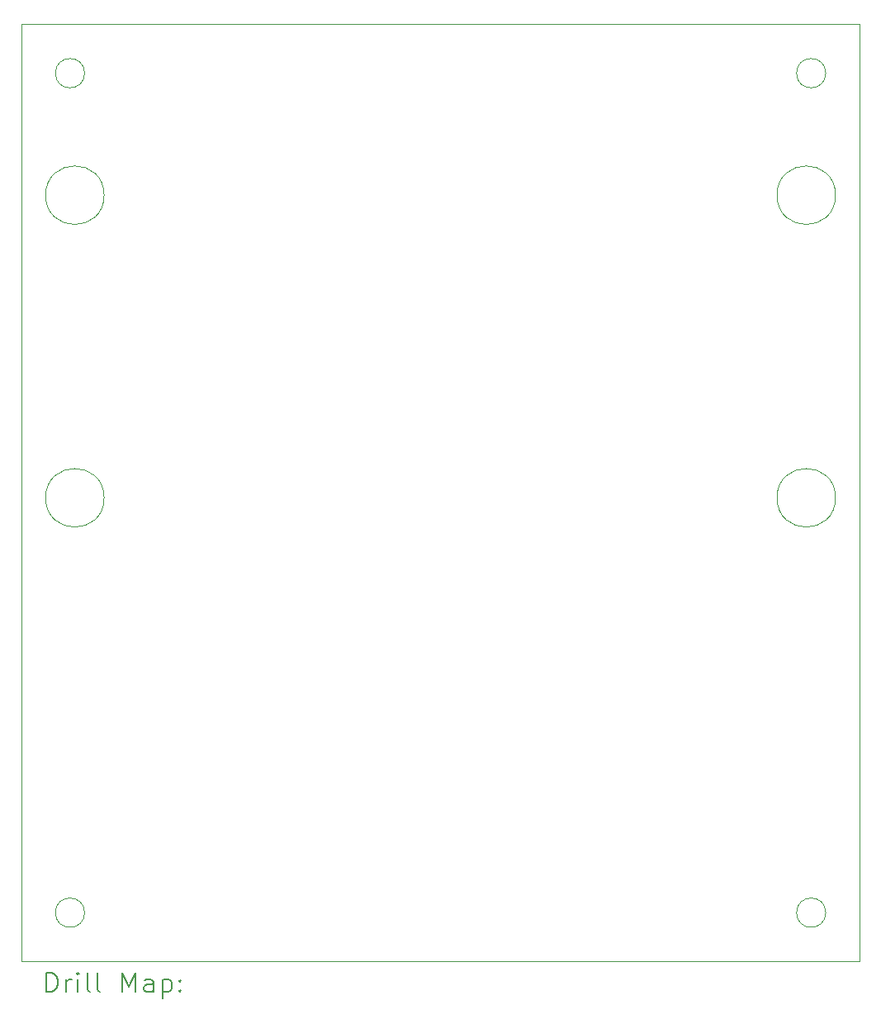
<source format=gbr>
%TF.GenerationSoftware,KiCad,Pcbnew,9.0.2*%
%TF.CreationDate,2025-06-24T21:37:35-04:00*%
%TF.ProjectId,Shortywithdisplay,53686f72-7479-4776-9974-68646973706c,rev?*%
%TF.SameCoordinates,Original*%
%TF.FileFunction,Drillmap*%
%TF.FilePolarity,Positive*%
%FSLAX45Y45*%
G04 Gerber Fmt 4.5, Leading zero omitted, Abs format (unit mm)*
G04 Created by KiCad (PCBNEW 9.0.2) date 2025-06-24 21:37:35*
%MOMM*%
%LPD*%
G01*
G04 APERTURE LIST*
%ADD10C,0.050000*%
%ADD11C,0.200000*%
G04 APERTURE END LIST*
D10*
X17700000Y-12100000D02*
G75*
G02*
X17400000Y-12100000I-150000J0D01*
G01*
X17400000Y-12100000D02*
G75*
G02*
X17700000Y-12100000I150000J0D01*
G01*
X10100000Y-3500000D02*
G75*
G02*
X9800000Y-3500000I-150000J0D01*
G01*
X9800000Y-3500000D02*
G75*
G02*
X10100000Y-3500000I150000J0D01*
G01*
X9450000Y-3000000D02*
X18050000Y-3000000D01*
X18050000Y-12600000D01*
X9450000Y-12600000D01*
X9450000Y-3000000D01*
X17800000Y-7850000D02*
G75*
G02*
X17200000Y-7850000I-300000J0D01*
G01*
X17200000Y-7850000D02*
G75*
G02*
X17800000Y-7850000I300000J0D01*
G01*
X17700000Y-3500000D02*
G75*
G02*
X17400000Y-3500000I-150000J0D01*
G01*
X17400000Y-3500000D02*
G75*
G02*
X17700000Y-3500000I150000J0D01*
G01*
X17800000Y-4750000D02*
G75*
G02*
X17200000Y-4750000I-300000J0D01*
G01*
X17200000Y-4750000D02*
G75*
G02*
X17800000Y-4750000I300000J0D01*
G01*
X10300000Y-4750000D02*
G75*
G02*
X9700000Y-4750000I-300000J0D01*
G01*
X9700000Y-4750000D02*
G75*
G02*
X10300000Y-4750000I300000J0D01*
G01*
X10300000Y-7850000D02*
G75*
G02*
X9700000Y-7850000I-300000J0D01*
G01*
X9700000Y-7850000D02*
G75*
G02*
X10300000Y-7850000I300000J0D01*
G01*
X10100000Y-12100000D02*
G75*
G02*
X9800000Y-12100000I-150000J0D01*
G01*
X9800000Y-12100000D02*
G75*
G02*
X10100000Y-12100000I150000J0D01*
G01*
D11*
X9708277Y-12913984D02*
X9708277Y-12713984D01*
X9708277Y-12713984D02*
X9755896Y-12713984D01*
X9755896Y-12713984D02*
X9784467Y-12723508D01*
X9784467Y-12723508D02*
X9803515Y-12742555D01*
X9803515Y-12742555D02*
X9813039Y-12761603D01*
X9813039Y-12761603D02*
X9822563Y-12799698D01*
X9822563Y-12799698D02*
X9822563Y-12828269D01*
X9822563Y-12828269D02*
X9813039Y-12866365D01*
X9813039Y-12866365D02*
X9803515Y-12885412D01*
X9803515Y-12885412D02*
X9784467Y-12904460D01*
X9784467Y-12904460D02*
X9755896Y-12913984D01*
X9755896Y-12913984D02*
X9708277Y-12913984D01*
X9908277Y-12913984D02*
X9908277Y-12780650D01*
X9908277Y-12818746D02*
X9917801Y-12799698D01*
X9917801Y-12799698D02*
X9927324Y-12790174D01*
X9927324Y-12790174D02*
X9946372Y-12780650D01*
X9946372Y-12780650D02*
X9965420Y-12780650D01*
X10032086Y-12913984D02*
X10032086Y-12780650D01*
X10032086Y-12713984D02*
X10022563Y-12723508D01*
X10022563Y-12723508D02*
X10032086Y-12733031D01*
X10032086Y-12733031D02*
X10041610Y-12723508D01*
X10041610Y-12723508D02*
X10032086Y-12713984D01*
X10032086Y-12713984D02*
X10032086Y-12733031D01*
X10155896Y-12913984D02*
X10136848Y-12904460D01*
X10136848Y-12904460D02*
X10127324Y-12885412D01*
X10127324Y-12885412D02*
X10127324Y-12713984D01*
X10260658Y-12913984D02*
X10241610Y-12904460D01*
X10241610Y-12904460D02*
X10232086Y-12885412D01*
X10232086Y-12885412D02*
X10232086Y-12713984D01*
X10489229Y-12913984D02*
X10489229Y-12713984D01*
X10489229Y-12713984D02*
X10555896Y-12856841D01*
X10555896Y-12856841D02*
X10622563Y-12713984D01*
X10622563Y-12713984D02*
X10622563Y-12913984D01*
X10803515Y-12913984D02*
X10803515Y-12809222D01*
X10803515Y-12809222D02*
X10793991Y-12790174D01*
X10793991Y-12790174D02*
X10774944Y-12780650D01*
X10774944Y-12780650D02*
X10736848Y-12780650D01*
X10736848Y-12780650D02*
X10717801Y-12790174D01*
X10803515Y-12904460D02*
X10784467Y-12913984D01*
X10784467Y-12913984D02*
X10736848Y-12913984D01*
X10736848Y-12913984D02*
X10717801Y-12904460D01*
X10717801Y-12904460D02*
X10708277Y-12885412D01*
X10708277Y-12885412D02*
X10708277Y-12866365D01*
X10708277Y-12866365D02*
X10717801Y-12847317D01*
X10717801Y-12847317D02*
X10736848Y-12837793D01*
X10736848Y-12837793D02*
X10784467Y-12837793D01*
X10784467Y-12837793D02*
X10803515Y-12828269D01*
X10898753Y-12780650D02*
X10898753Y-12980650D01*
X10898753Y-12790174D02*
X10917801Y-12780650D01*
X10917801Y-12780650D02*
X10955896Y-12780650D01*
X10955896Y-12780650D02*
X10974944Y-12790174D01*
X10974944Y-12790174D02*
X10984467Y-12799698D01*
X10984467Y-12799698D02*
X10993991Y-12818746D01*
X10993991Y-12818746D02*
X10993991Y-12875888D01*
X10993991Y-12875888D02*
X10984467Y-12894936D01*
X10984467Y-12894936D02*
X10974944Y-12904460D01*
X10974944Y-12904460D02*
X10955896Y-12913984D01*
X10955896Y-12913984D02*
X10917801Y-12913984D01*
X10917801Y-12913984D02*
X10898753Y-12904460D01*
X11079705Y-12894936D02*
X11089229Y-12904460D01*
X11089229Y-12904460D02*
X11079705Y-12913984D01*
X11079705Y-12913984D02*
X11070182Y-12904460D01*
X11070182Y-12904460D02*
X11079705Y-12894936D01*
X11079705Y-12894936D02*
X11079705Y-12913984D01*
X11079705Y-12790174D02*
X11089229Y-12799698D01*
X11089229Y-12799698D02*
X11079705Y-12809222D01*
X11079705Y-12809222D02*
X11070182Y-12799698D01*
X11070182Y-12799698D02*
X11079705Y-12790174D01*
X11079705Y-12790174D02*
X11079705Y-12809222D01*
M02*

</source>
